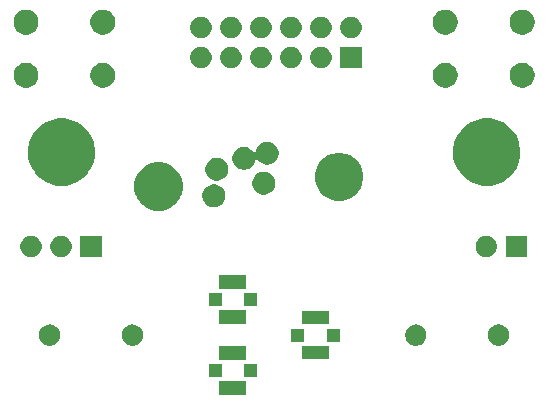
<source format=gbr>
G04 #@! TF.GenerationSoftware,KiCad,Pcbnew,(5.1.5-0-10_14)*
G04 #@! TF.CreationDate,2020-08-02T20:19:12-07:00*
G04 #@! TF.ProjectId,Programmer_Board,50726f67-7261-46d6-9d65-725f426f6172,rev?*
G04 #@! TF.SameCoordinates,Original*
G04 #@! TF.FileFunction,Soldermask,Top*
G04 #@! TF.FilePolarity,Negative*
%FSLAX46Y46*%
G04 Gerber Fmt 4.6, Leading zero omitted, Abs format (unit mm)*
G04 Created by KiCad (PCBNEW (5.1.5-0-10_14)) date 2020-08-02 20:19:12*
%MOMM*%
%LPD*%
G04 APERTURE LIST*
%ADD10C,0.100000*%
G04 APERTURE END LIST*
D10*
G36*
X122151000Y-93051000D02*
G01*
X119849000Y-93051000D01*
X119849000Y-91899000D01*
X122151000Y-91899000D01*
X122151000Y-93051000D01*
G37*
G36*
X123051000Y-91551000D02*
G01*
X121949000Y-91551000D01*
X121949000Y-90449000D01*
X123051000Y-90449000D01*
X123051000Y-91551000D01*
G37*
G36*
X120051000Y-91551000D02*
G01*
X118949000Y-91551000D01*
X118949000Y-90449000D01*
X120051000Y-90449000D01*
X120051000Y-91551000D01*
G37*
G36*
X122151000Y-90101000D02*
G01*
X119849000Y-90101000D01*
X119849000Y-88949000D01*
X122151000Y-88949000D01*
X122151000Y-90101000D01*
G37*
G36*
X129151000Y-90051000D02*
G01*
X126849000Y-90051000D01*
X126849000Y-88899000D01*
X129151000Y-88899000D01*
X129151000Y-90051000D01*
G37*
G36*
X136613512Y-87103927D02*
G01*
X136762812Y-87133624D01*
X136926784Y-87201544D01*
X137074354Y-87300147D01*
X137199853Y-87425646D01*
X137298456Y-87573216D01*
X137366376Y-87737188D01*
X137401000Y-87911259D01*
X137401000Y-88088741D01*
X137366376Y-88262812D01*
X137298456Y-88426784D01*
X137199853Y-88574354D01*
X137074354Y-88699853D01*
X136926784Y-88798456D01*
X136762812Y-88866376D01*
X136613512Y-88896073D01*
X136588742Y-88901000D01*
X136411258Y-88901000D01*
X136386488Y-88896073D01*
X136237188Y-88866376D01*
X136073216Y-88798456D01*
X135925646Y-88699853D01*
X135800147Y-88574354D01*
X135701544Y-88426784D01*
X135633624Y-88262812D01*
X135599000Y-88088741D01*
X135599000Y-87911259D01*
X135633624Y-87737188D01*
X135701544Y-87573216D01*
X135800147Y-87425646D01*
X135925646Y-87300147D01*
X136073216Y-87201544D01*
X136237188Y-87133624D01*
X136386488Y-87103927D01*
X136411258Y-87099000D01*
X136588742Y-87099000D01*
X136613512Y-87103927D01*
G37*
G36*
X105613512Y-87103927D02*
G01*
X105762812Y-87133624D01*
X105926784Y-87201544D01*
X106074354Y-87300147D01*
X106199853Y-87425646D01*
X106298456Y-87573216D01*
X106366376Y-87737188D01*
X106401000Y-87911259D01*
X106401000Y-88088741D01*
X106366376Y-88262812D01*
X106298456Y-88426784D01*
X106199853Y-88574354D01*
X106074354Y-88699853D01*
X105926784Y-88798456D01*
X105762812Y-88866376D01*
X105613512Y-88896073D01*
X105588742Y-88901000D01*
X105411258Y-88901000D01*
X105386488Y-88896073D01*
X105237188Y-88866376D01*
X105073216Y-88798456D01*
X104925646Y-88699853D01*
X104800147Y-88574354D01*
X104701544Y-88426784D01*
X104633624Y-88262812D01*
X104599000Y-88088741D01*
X104599000Y-87911259D01*
X104633624Y-87737188D01*
X104701544Y-87573216D01*
X104800147Y-87425646D01*
X104925646Y-87300147D01*
X105073216Y-87201544D01*
X105237188Y-87133624D01*
X105386488Y-87103927D01*
X105411258Y-87099000D01*
X105588742Y-87099000D01*
X105613512Y-87103927D01*
G37*
G36*
X112613512Y-87103927D02*
G01*
X112762812Y-87133624D01*
X112926784Y-87201544D01*
X113074354Y-87300147D01*
X113199853Y-87425646D01*
X113298456Y-87573216D01*
X113366376Y-87737188D01*
X113401000Y-87911259D01*
X113401000Y-88088741D01*
X113366376Y-88262812D01*
X113298456Y-88426784D01*
X113199853Y-88574354D01*
X113074354Y-88699853D01*
X112926784Y-88798456D01*
X112762812Y-88866376D01*
X112613512Y-88896073D01*
X112588742Y-88901000D01*
X112411258Y-88901000D01*
X112386488Y-88896073D01*
X112237188Y-88866376D01*
X112073216Y-88798456D01*
X111925646Y-88699853D01*
X111800147Y-88574354D01*
X111701544Y-88426784D01*
X111633624Y-88262812D01*
X111599000Y-88088741D01*
X111599000Y-87911259D01*
X111633624Y-87737188D01*
X111701544Y-87573216D01*
X111800147Y-87425646D01*
X111925646Y-87300147D01*
X112073216Y-87201544D01*
X112237188Y-87133624D01*
X112386488Y-87103927D01*
X112411258Y-87099000D01*
X112588742Y-87099000D01*
X112613512Y-87103927D01*
G37*
G36*
X143613512Y-87103927D02*
G01*
X143762812Y-87133624D01*
X143926784Y-87201544D01*
X144074354Y-87300147D01*
X144199853Y-87425646D01*
X144298456Y-87573216D01*
X144366376Y-87737188D01*
X144401000Y-87911259D01*
X144401000Y-88088741D01*
X144366376Y-88262812D01*
X144298456Y-88426784D01*
X144199853Y-88574354D01*
X144074354Y-88699853D01*
X143926784Y-88798456D01*
X143762812Y-88866376D01*
X143613512Y-88896073D01*
X143588742Y-88901000D01*
X143411258Y-88901000D01*
X143386488Y-88896073D01*
X143237188Y-88866376D01*
X143073216Y-88798456D01*
X142925646Y-88699853D01*
X142800147Y-88574354D01*
X142701544Y-88426784D01*
X142633624Y-88262812D01*
X142599000Y-88088741D01*
X142599000Y-87911259D01*
X142633624Y-87737188D01*
X142701544Y-87573216D01*
X142800147Y-87425646D01*
X142925646Y-87300147D01*
X143073216Y-87201544D01*
X143237188Y-87133624D01*
X143386488Y-87103927D01*
X143411258Y-87099000D01*
X143588742Y-87099000D01*
X143613512Y-87103927D01*
G37*
G36*
X127051000Y-88551000D02*
G01*
X125949000Y-88551000D01*
X125949000Y-87449000D01*
X127051000Y-87449000D01*
X127051000Y-88551000D01*
G37*
G36*
X130051000Y-88551000D02*
G01*
X128949000Y-88551000D01*
X128949000Y-87449000D01*
X130051000Y-87449000D01*
X130051000Y-88551000D01*
G37*
G36*
X129151000Y-87101000D02*
G01*
X126849000Y-87101000D01*
X126849000Y-85949000D01*
X129151000Y-85949000D01*
X129151000Y-87101000D01*
G37*
G36*
X122151000Y-87051000D02*
G01*
X119849000Y-87051000D01*
X119849000Y-85899000D01*
X122151000Y-85899000D01*
X122151000Y-87051000D01*
G37*
G36*
X123051000Y-85551000D02*
G01*
X121949000Y-85551000D01*
X121949000Y-84449000D01*
X123051000Y-84449000D01*
X123051000Y-85551000D01*
G37*
G36*
X120051000Y-85551000D02*
G01*
X118949000Y-85551000D01*
X118949000Y-84449000D01*
X120051000Y-84449000D01*
X120051000Y-85551000D01*
G37*
G36*
X122151000Y-84101000D02*
G01*
X119849000Y-84101000D01*
X119849000Y-82949000D01*
X122151000Y-82949000D01*
X122151000Y-84101000D01*
G37*
G36*
X142573512Y-79603927D02*
G01*
X142722812Y-79633624D01*
X142886784Y-79701544D01*
X143034354Y-79800147D01*
X143159853Y-79925646D01*
X143258456Y-80073216D01*
X143326376Y-80237188D01*
X143361000Y-80411259D01*
X143361000Y-80588741D01*
X143326376Y-80762812D01*
X143258456Y-80926784D01*
X143159853Y-81074354D01*
X143034354Y-81199853D01*
X142886784Y-81298456D01*
X142722812Y-81366376D01*
X142573512Y-81396073D01*
X142548742Y-81401000D01*
X142371258Y-81401000D01*
X142346488Y-81396073D01*
X142197188Y-81366376D01*
X142033216Y-81298456D01*
X141885646Y-81199853D01*
X141760147Y-81074354D01*
X141661544Y-80926784D01*
X141593624Y-80762812D01*
X141559000Y-80588741D01*
X141559000Y-80411259D01*
X141593624Y-80237188D01*
X141661544Y-80073216D01*
X141760147Y-79925646D01*
X141885646Y-79800147D01*
X142033216Y-79701544D01*
X142197188Y-79633624D01*
X142346488Y-79603927D01*
X142371258Y-79599000D01*
X142548742Y-79599000D01*
X142573512Y-79603927D01*
G37*
G36*
X145901000Y-81401000D02*
G01*
X144099000Y-81401000D01*
X144099000Y-79599000D01*
X145901000Y-79599000D01*
X145901000Y-81401000D01*
G37*
G36*
X104033512Y-79603927D02*
G01*
X104182812Y-79633624D01*
X104346784Y-79701544D01*
X104494354Y-79800147D01*
X104619853Y-79925646D01*
X104718456Y-80073216D01*
X104786376Y-80237188D01*
X104821000Y-80411259D01*
X104821000Y-80588741D01*
X104786376Y-80762812D01*
X104718456Y-80926784D01*
X104619853Y-81074354D01*
X104494354Y-81199853D01*
X104346784Y-81298456D01*
X104182812Y-81366376D01*
X104033512Y-81396073D01*
X104008742Y-81401000D01*
X103831258Y-81401000D01*
X103806488Y-81396073D01*
X103657188Y-81366376D01*
X103493216Y-81298456D01*
X103345646Y-81199853D01*
X103220147Y-81074354D01*
X103121544Y-80926784D01*
X103053624Y-80762812D01*
X103019000Y-80588741D01*
X103019000Y-80411259D01*
X103053624Y-80237188D01*
X103121544Y-80073216D01*
X103220147Y-79925646D01*
X103345646Y-79800147D01*
X103493216Y-79701544D01*
X103657188Y-79633624D01*
X103806488Y-79603927D01*
X103831258Y-79599000D01*
X104008742Y-79599000D01*
X104033512Y-79603927D01*
G37*
G36*
X106573512Y-79603927D02*
G01*
X106722812Y-79633624D01*
X106886784Y-79701544D01*
X107034354Y-79800147D01*
X107159853Y-79925646D01*
X107258456Y-80073216D01*
X107326376Y-80237188D01*
X107361000Y-80411259D01*
X107361000Y-80588741D01*
X107326376Y-80762812D01*
X107258456Y-80926784D01*
X107159853Y-81074354D01*
X107034354Y-81199853D01*
X106886784Y-81298456D01*
X106722812Y-81366376D01*
X106573512Y-81396073D01*
X106548742Y-81401000D01*
X106371258Y-81401000D01*
X106346488Y-81396073D01*
X106197188Y-81366376D01*
X106033216Y-81298456D01*
X105885646Y-81199853D01*
X105760147Y-81074354D01*
X105661544Y-80926784D01*
X105593624Y-80762812D01*
X105559000Y-80588741D01*
X105559000Y-80411259D01*
X105593624Y-80237188D01*
X105661544Y-80073216D01*
X105760147Y-79925646D01*
X105885646Y-79800147D01*
X106033216Y-79701544D01*
X106197188Y-79633624D01*
X106346488Y-79603927D01*
X106371258Y-79599000D01*
X106548742Y-79599000D01*
X106573512Y-79603927D01*
G37*
G36*
X109901000Y-81401000D02*
G01*
X108099000Y-81401000D01*
X108099000Y-79599000D01*
X109901000Y-79599000D01*
X109901000Y-81401000D01*
G37*
G36*
X115308254Y-73447818D02*
G01*
X115681511Y-73602426D01*
X115681513Y-73602427D01*
X116017436Y-73826884D01*
X116303116Y-74112564D01*
X116506916Y-74417571D01*
X116527574Y-74448489D01*
X116682182Y-74821746D01*
X116761000Y-75217993D01*
X116761000Y-75622007D01*
X116682182Y-76018254D01*
X116567491Y-76295143D01*
X116527573Y-76391513D01*
X116303116Y-76727436D01*
X116017436Y-77013116D01*
X115681513Y-77237573D01*
X115681512Y-77237574D01*
X115681511Y-77237574D01*
X115308254Y-77392182D01*
X114912007Y-77471000D01*
X114507993Y-77471000D01*
X114111746Y-77392182D01*
X113738489Y-77237574D01*
X113738488Y-77237574D01*
X113738487Y-77237573D01*
X113402564Y-77013116D01*
X113116884Y-76727436D01*
X112892427Y-76391513D01*
X112852509Y-76295143D01*
X112737818Y-76018254D01*
X112659000Y-75622007D01*
X112659000Y-75217993D01*
X112737818Y-74821746D01*
X112892426Y-74448489D01*
X112913085Y-74417571D01*
X113116884Y-74112564D01*
X113402564Y-73826884D01*
X113738487Y-73602427D01*
X113738489Y-73602426D01*
X114111746Y-73447818D01*
X114507993Y-73369000D01*
X114912007Y-73369000D01*
X115308254Y-73447818D01*
G37*
G36*
X119681771Y-75271122D02*
G01*
X119857571Y-75343941D01*
X119857573Y-75343942D01*
X120015789Y-75449659D01*
X120150341Y-75584211D01*
X120256058Y-75742427D01*
X120256059Y-75742429D01*
X120328878Y-75918229D01*
X120366000Y-76104856D01*
X120366000Y-76295144D01*
X120328878Y-76481771D01*
X120291428Y-76572182D01*
X120256058Y-76657573D01*
X120150341Y-76815789D01*
X120015789Y-76950341D01*
X119857573Y-77056058D01*
X119857572Y-77056059D01*
X119857571Y-77056059D01*
X119681771Y-77128878D01*
X119495144Y-77166000D01*
X119304856Y-77166000D01*
X119118229Y-77128878D01*
X118942429Y-77056059D01*
X118942428Y-77056059D01*
X118942427Y-77056058D01*
X118784211Y-76950341D01*
X118649659Y-76815789D01*
X118543942Y-76657573D01*
X118508572Y-76572182D01*
X118471122Y-76481771D01*
X118434000Y-76295144D01*
X118434000Y-76104856D01*
X118471122Y-75918229D01*
X118543941Y-75742429D01*
X118543942Y-75742427D01*
X118649659Y-75584211D01*
X118784211Y-75449659D01*
X118942427Y-75343942D01*
X118942429Y-75343941D01*
X119118229Y-75271122D01*
X119304856Y-75234000D01*
X119495144Y-75234000D01*
X119681771Y-75271122D01*
G37*
G36*
X130598254Y-72627818D02*
G01*
X130913094Y-72758229D01*
X130971513Y-72782427D01*
X131307436Y-73006884D01*
X131593116Y-73292564D01*
X131800160Y-73602426D01*
X131817574Y-73628489D01*
X131972182Y-74001746D01*
X132051000Y-74397993D01*
X132051000Y-74802007D01*
X131972182Y-75198254D01*
X131817574Y-75571511D01*
X131817573Y-75571513D01*
X131593116Y-75907436D01*
X131307436Y-76193116D01*
X130971513Y-76417573D01*
X130971512Y-76417574D01*
X130971511Y-76417574D01*
X130598254Y-76572182D01*
X130202007Y-76651000D01*
X129797993Y-76651000D01*
X129401746Y-76572182D01*
X129028489Y-76417574D01*
X129028488Y-76417574D01*
X129028487Y-76417573D01*
X128692564Y-76193116D01*
X128406884Y-75907436D01*
X128182427Y-75571513D01*
X128182426Y-75571511D01*
X128027818Y-75198254D01*
X127949000Y-74802007D01*
X127949000Y-74397993D01*
X128027818Y-74001746D01*
X128182426Y-73628489D01*
X128199841Y-73602426D01*
X128406884Y-73292564D01*
X128692564Y-73006884D01*
X129028487Y-72782427D01*
X129086906Y-72758229D01*
X129401746Y-72627818D01*
X129797993Y-72549000D01*
X130202007Y-72549000D01*
X130598254Y-72627818D01*
G37*
G36*
X123901771Y-74211122D02*
G01*
X124077571Y-74283941D01*
X124077573Y-74283942D01*
X124235789Y-74389659D01*
X124370341Y-74524211D01*
X124370342Y-74524213D01*
X124476059Y-74682429D01*
X124548878Y-74858229D01*
X124586000Y-75044856D01*
X124586000Y-75235144D01*
X124548878Y-75421771D01*
X124481593Y-75584211D01*
X124476058Y-75597573D01*
X124370341Y-75755789D01*
X124235789Y-75890341D01*
X124077573Y-75996058D01*
X124077572Y-75996059D01*
X124077571Y-75996059D01*
X123901771Y-76068878D01*
X123715144Y-76106000D01*
X123524856Y-76106000D01*
X123338229Y-76068878D01*
X123162429Y-75996059D01*
X123162428Y-75996059D01*
X123162427Y-75996058D01*
X123004211Y-75890341D01*
X122869659Y-75755789D01*
X122763942Y-75597573D01*
X122758407Y-75584211D01*
X122691122Y-75421771D01*
X122654000Y-75235144D01*
X122654000Y-75044856D01*
X122691122Y-74858229D01*
X122763941Y-74682429D01*
X122869658Y-74524213D01*
X122869659Y-74524211D01*
X123004211Y-74389659D01*
X123162427Y-74283942D01*
X123162429Y-74283941D01*
X123338229Y-74211122D01*
X123524856Y-74174000D01*
X123715144Y-74174000D01*
X123901771Y-74211122D01*
G37*
G36*
X143331606Y-69758562D02*
G01*
X143850455Y-69973476D01*
X144317407Y-70285484D01*
X144714516Y-70682593D01*
X145026524Y-71149545D01*
X145241438Y-71668394D01*
X145277494Y-71849659D01*
X145351000Y-72219200D01*
X145351000Y-72780800D01*
X145330915Y-72881772D01*
X145241438Y-73331606D01*
X145026524Y-73850455D01*
X144785533Y-74211123D01*
X144736878Y-74283941D01*
X144714516Y-74317407D01*
X144317407Y-74714516D01*
X143850455Y-75026524D01*
X143331606Y-75241438D01*
X143182374Y-75271122D01*
X142780800Y-75351000D01*
X142219200Y-75351000D01*
X141817626Y-75271122D01*
X141668394Y-75241438D01*
X141149545Y-75026524D01*
X140682593Y-74714516D01*
X140285484Y-74317407D01*
X140263123Y-74283941D01*
X140214467Y-74211123D01*
X139973476Y-73850455D01*
X139758562Y-73331606D01*
X139669085Y-72881772D01*
X139649000Y-72780800D01*
X139649000Y-72219200D01*
X139722506Y-71849659D01*
X139758562Y-71668394D01*
X139973476Y-71149545D01*
X140285484Y-70682593D01*
X140682593Y-70285484D01*
X141149545Y-69973476D01*
X141668394Y-69758562D01*
X142219200Y-69649000D01*
X142780800Y-69649000D01*
X143331606Y-69758562D01*
G37*
G36*
X107331606Y-69758562D02*
G01*
X107850455Y-69973476D01*
X108317407Y-70285484D01*
X108714516Y-70682593D01*
X109026524Y-71149545D01*
X109241438Y-71668394D01*
X109277494Y-71849659D01*
X109351000Y-72219200D01*
X109351000Y-72780800D01*
X109330915Y-72881772D01*
X109241438Y-73331606D01*
X109026524Y-73850455D01*
X108785533Y-74211123D01*
X108736878Y-74283941D01*
X108714516Y-74317407D01*
X108317407Y-74714516D01*
X107850455Y-75026524D01*
X107331606Y-75241438D01*
X107182374Y-75271122D01*
X106780800Y-75351000D01*
X106219200Y-75351000D01*
X105817626Y-75271122D01*
X105668394Y-75241438D01*
X105149545Y-75026524D01*
X104682593Y-74714516D01*
X104285484Y-74317407D01*
X104263123Y-74283941D01*
X104214467Y-74211123D01*
X103973476Y-73850455D01*
X103758562Y-73331606D01*
X103669085Y-72881772D01*
X103649000Y-72780800D01*
X103649000Y-72219200D01*
X103722506Y-71849659D01*
X103758562Y-71668394D01*
X103973476Y-71149545D01*
X104285484Y-70682593D01*
X104682593Y-70285484D01*
X105149545Y-69973476D01*
X105668394Y-69758562D01*
X106219200Y-69649000D01*
X106780800Y-69649000D01*
X107331606Y-69758562D01*
G37*
G36*
X119931771Y-73031122D02*
G01*
X120107571Y-73103941D01*
X120107573Y-73103942D01*
X120265789Y-73209659D01*
X120400341Y-73344211D01*
X120506058Y-73502427D01*
X120506059Y-73502429D01*
X120578878Y-73678229D01*
X120616000Y-73864856D01*
X120616000Y-74055144D01*
X120578878Y-74241771D01*
X120514168Y-74397994D01*
X120506058Y-74417573D01*
X120400341Y-74575789D01*
X120265789Y-74710341D01*
X120107573Y-74816058D01*
X120107572Y-74816059D01*
X120107571Y-74816059D01*
X119931771Y-74888878D01*
X119745144Y-74926000D01*
X119554856Y-74926000D01*
X119368229Y-74888878D01*
X119192429Y-74816059D01*
X119192428Y-74816059D01*
X119192427Y-74816058D01*
X119034211Y-74710341D01*
X118899659Y-74575789D01*
X118793942Y-74417573D01*
X118785832Y-74397994D01*
X118721122Y-74241771D01*
X118684000Y-74055144D01*
X118684000Y-73864856D01*
X118721122Y-73678229D01*
X118793941Y-73502429D01*
X118793942Y-73502427D01*
X118899659Y-73344211D01*
X119034211Y-73209659D01*
X119192427Y-73103942D01*
X119192429Y-73103941D01*
X119368229Y-73031122D01*
X119554856Y-72994000D01*
X119745144Y-72994000D01*
X119931771Y-73031122D01*
G37*
G36*
X124191771Y-71671122D02*
G01*
X124367571Y-71743941D01*
X124367573Y-71743942D01*
X124525789Y-71849659D01*
X124660341Y-71984211D01*
X124745141Y-72111123D01*
X124766059Y-72142429D01*
X124838878Y-72318229D01*
X124876000Y-72504856D01*
X124876000Y-72695144D01*
X124838878Y-72881771D01*
X124777014Y-73031123D01*
X124766058Y-73057573D01*
X124660341Y-73215789D01*
X124525789Y-73350341D01*
X124367573Y-73456058D01*
X124367572Y-73456059D01*
X124367571Y-73456059D01*
X124191771Y-73528878D01*
X124005144Y-73566000D01*
X123814856Y-73566000D01*
X123628229Y-73528878D01*
X123452429Y-73456059D01*
X123452428Y-73456059D01*
X123452427Y-73456058D01*
X123294211Y-73350341D01*
X123159659Y-73215789D01*
X123155562Y-73209658D01*
X123119484Y-73155664D01*
X123103939Y-73136723D01*
X123084997Y-73121177D01*
X123063386Y-73109627D01*
X123039937Y-73102514D01*
X123015551Y-73100112D01*
X122991165Y-73102514D01*
X122967716Y-73109627D01*
X122946105Y-73121179D01*
X122927164Y-73136724D01*
X122911618Y-73155666D01*
X122900068Y-73177277D01*
X122892955Y-73200725D01*
X122868878Y-73321772D01*
X122816667Y-73447819D01*
X122796058Y-73497573D01*
X122690341Y-73655789D01*
X122555789Y-73790341D01*
X122397573Y-73896058D01*
X122397572Y-73896059D01*
X122397571Y-73896059D01*
X122221771Y-73968878D01*
X122035144Y-74006000D01*
X121844856Y-74006000D01*
X121658229Y-73968878D01*
X121482429Y-73896059D01*
X121482428Y-73896059D01*
X121482427Y-73896058D01*
X121324211Y-73790341D01*
X121189659Y-73655789D01*
X121083942Y-73497573D01*
X121022957Y-73350342D01*
X121011122Y-73321771D01*
X120974000Y-73135144D01*
X120974000Y-72944856D01*
X121011122Y-72758229D01*
X121083941Y-72582429D01*
X121083942Y-72582427D01*
X121189659Y-72424211D01*
X121324211Y-72289659D01*
X121482427Y-72183942D01*
X121482429Y-72183941D01*
X121658229Y-72111122D01*
X121844856Y-72074000D01*
X122035144Y-72074000D01*
X122221771Y-72111122D01*
X122397571Y-72183941D01*
X122397573Y-72183942D01*
X122555789Y-72289659D01*
X122690341Y-72424211D01*
X122690342Y-72424213D01*
X122690343Y-72424214D01*
X122730516Y-72484336D01*
X122746061Y-72503277D01*
X122765003Y-72518823D01*
X122786614Y-72530373D01*
X122810063Y-72537486D01*
X122834449Y-72539888D01*
X122858835Y-72537486D01*
X122882284Y-72530373D01*
X122903895Y-72518821D01*
X122922836Y-72503276D01*
X122938382Y-72484334D01*
X122949932Y-72462723D01*
X122957045Y-72439275D01*
X122981122Y-72318228D01*
X123053941Y-72142429D01*
X123074859Y-72111123D01*
X123159659Y-71984211D01*
X123294211Y-71849659D01*
X123452427Y-71743942D01*
X123452429Y-71743941D01*
X123628229Y-71671122D01*
X123814856Y-71634000D01*
X124005144Y-71634000D01*
X124191771Y-71671122D01*
G37*
G36*
X110306564Y-64989389D02*
G01*
X110497833Y-65068615D01*
X110497835Y-65068616D01*
X110669973Y-65183635D01*
X110816365Y-65330027D01*
X110931385Y-65502167D01*
X111010611Y-65693436D01*
X111051000Y-65896484D01*
X111051000Y-66103516D01*
X111010611Y-66306564D01*
X110931385Y-66497833D01*
X110931384Y-66497835D01*
X110816365Y-66669973D01*
X110669973Y-66816365D01*
X110497835Y-66931384D01*
X110497834Y-66931385D01*
X110497833Y-66931385D01*
X110306564Y-67010611D01*
X110103516Y-67051000D01*
X109896484Y-67051000D01*
X109693436Y-67010611D01*
X109502167Y-66931385D01*
X109502166Y-66931385D01*
X109502165Y-66931384D01*
X109330027Y-66816365D01*
X109183635Y-66669973D01*
X109068616Y-66497835D01*
X109068615Y-66497833D01*
X108989389Y-66306564D01*
X108949000Y-66103516D01*
X108949000Y-65896484D01*
X108989389Y-65693436D01*
X109068615Y-65502167D01*
X109183635Y-65330027D01*
X109330027Y-65183635D01*
X109502165Y-65068616D01*
X109502167Y-65068615D01*
X109693436Y-64989389D01*
X109896484Y-64949000D01*
X110103516Y-64949000D01*
X110306564Y-64989389D01*
G37*
G36*
X145806564Y-64989389D02*
G01*
X145997833Y-65068615D01*
X145997835Y-65068616D01*
X146169973Y-65183635D01*
X146316365Y-65330027D01*
X146431385Y-65502167D01*
X146510611Y-65693436D01*
X146551000Y-65896484D01*
X146551000Y-66103516D01*
X146510611Y-66306564D01*
X146431385Y-66497833D01*
X146431384Y-66497835D01*
X146316365Y-66669973D01*
X146169973Y-66816365D01*
X145997835Y-66931384D01*
X145997834Y-66931385D01*
X145997833Y-66931385D01*
X145806564Y-67010611D01*
X145603516Y-67051000D01*
X145396484Y-67051000D01*
X145193436Y-67010611D01*
X145002167Y-66931385D01*
X145002166Y-66931385D01*
X145002165Y-66931384D01*
X144830027Y-66816365D01*
X144683635Y-66669973D01*
X144568616Y-66497835D01*
X144568615Y-66497833D01*
X144489389Y-66306564D01*
X144449000Y-66103516D01*
X144449000Y-65896484D01*
X144489389Y-65693436D01*
X144568615Y-65502167D01*
X144683635Y-65330027D01*
X144830027Y-65183635D01*
X145002165Y-65068616D01*
X145002167Y-65068615D01*
X145193436Y-64989389D01*
X145396484Y-64949000D01*
X145603516Y-64949000D01*
X145806564Y-64989389D01*
G37*
G36*
X139306564Y-64989389D02*
G01*
X139497833Y-65068615D01*
X139497835Y-65068616D01*
X139669973Y-65183635D01*
X139816365Y-65330027D01*
X139931385Y-65502167D01*
X140010611Y-65693436D01*
X140051000Y-65896484D01*
X140051000Y-66103516D01*
X140010611Y-66306564D01*
X139931385Y-66497833D01*
X139931384Y-66497835D01*
X139816365Y-66669973D01*
X139669973Y-66816365D01*
X139497835Y-66931384D01*
X139497834Y-66931385D01*
X139497833Y-66931385D01*
X139306564Y-67010611D01*
X139103516Y-67051000D01*
X138896484Y-67051000D01*
X138693436Y-67010611D01*
X138502167Y-66931385D01*
X138502166Y-66931385D01*
X138502165Y-66931384D01*
X138330027Y-66816365D01*
X138183635Y-66669973D01*
X138068616Y-66497835D01*
X138068615Y-66497833D01*
X137989389Y-66306564D01*
X137949000Y-66103516D01*
X137949000Y-65896484D01*
X137989389Y-65693436D01*
X138068615Y-65502167D01*
X138183635Y-65330027D01*
X138330027Y-65183635D01*
X138502165Y-65068616D01*
X138502167Y-65068615D01*
X138693436Y-64989389D01*
X138896484Y-64949000D01*
X139103516Y-64949000D01*
X139306564Y-64989389D01*
G37*
G36*
X103806564Y-64989389D02*
G01*
X103997833Y-65068615D01*
X103997835Y-65068616D01*
X104169973Y-65183635D01*
X104316365Y-65330027D01*
X104431385Y-65502167D01*
X104510611Y-65693436D01*
X104551000Y-65896484D01*
X104551000Y-66103516D01*
X104510611Y-66306564D01*
X104431385Y-66497833D01*
X104431384Y-66497835D01*
X104316365Y-66669973D01*
X104169973Y-66816365D01*
X103997835Y-66931384D01*
X103997834Y-66931385D01*
X103997833Y-66931385D01*
X103806564Y-67010611D01*
X103603516Y-67051000D01*
X103396484Y-67051000D01*
X103193436Y-67010611D01*
X103002167Y-66931385D01*
X103002166Y-66931385D01*
X103002165Y-66931384D01*
X102830027Y-66816365D01*
X102683635Y-66669973D01*
X102568616Y-66497835D01*
X102568615Y-66497833D01*
X102489389Y-66306564D01*
X102449000Y-66103516D01*
X102449000Y-65896484D01*
X102489389Y-65693436D01*
X102568615Y-65502167D01*
X102683635Y-65330027D01*
X102830027Y-65183635D01*
X103002165Y-65068616D01*
X103002167Y-65068615D01*
X103193436Y-64989389D01*
X103396484Y-64949000D01*
X103603516Y-64949000D01*
X103806564Y-64989389D01*
G37*
G36*
X131901000Y-65401000D02*
G01*
X130099000Y-65401000D01*
X130099000Y-63599000D01*
X131901000Y-63599000D01*
X131901000Y-65401000D01*
G37*
G36*
X128573512Y-63603927D02*
G01*
X128722812Y-63633624D01*
X128886784Y-63701544D01*
X129034354Y-63800147D01*
X129159853Y-63925646D01*
X129258456Y-64073216D01*
X129326376Y-64237188D01*
X129361000Y-64411259D01*
X129361000Y-64588741D01*
X129326376Y-64762812D01*
X129258456Y-64926784D01*
X129159853Y-65074354D01*
X129034354Y-65199853D01*
X128886784Y-65298456D01*
X128722812Y-65366376D01*
X128573512Y-65396073D01*
X128548742Y-65401000D01*
X128371258Y-65401000D01*
X128346488Y-65396073D01*
X128197188Y-65366376D01*
X128033216Y-65298456D01*
X127885646Y-65199853D01*
X127760147Y-65074354D01*
X127661544Y-64926784D01*
X127593624Y-64762812D01*
X127559000Y-64588741D01*
X127559000Y-64411259D01*
X127593624Y-64237188D01*
X127661544Y-64073216D01*
X127760147Y-63925646D01*
X127885646Y-63800147D01*
X128033216Y-63701544D01*
X128197188Y-63633624D01*
X128346488Y-63603927D01*
X128371258Y-63599000D01*
X128548742Y-63599000D01*
X128573512Y-63603927D01*
G37*
G36*
X126033512Y-63603927D02*
G01*
X126182812Y-63633624D01*
X126346784Y-63701544D01*
X126494354Y-63800147D01*
X126619853Y-63925646D01*
X126718456Y-64073216D01*
X126786376Y-64237188D01*
X126821000Y-64411259D01*
X126821000Y-64588741D01*
X126786376Y-64762812D01*
X126718456Y-64926784D01*
X126619853Y-65074354D01*
X126494354Y-65199853D01*
X126346784Y-65298456D01*
X126182812Y-65366376D01*
X126033512Y-65396073D01*
X126008742Y-65401000D01*
X125831258Y-65401000D01*
X125806488Y-65396073D01*
X125657188Y-65366376D01*
X125493216Y-65298456D01*
X125345646Y-65199853D01*
X125220147Y-65074354D01*
X125121544Y-64926784D01*
X125053624Y-64762812D01*
X125019000Y-64588741D01*
X125019000Y-64411259D01*
X125053624Y-64237188D01*
X125121544Y-64073216D01*
X125220147Y-63925646D01*
X125345646Y-63800147D01*
X125493216Y-63701544D01*
X125657188Y-63633624D01*
X125806488Y-63603927D01*
X125831258Y-63599000D01*
X126008742Y-63599000D01*
X126033512Y-63603927D01*
G37*
G36*
X123493512Y-63603927D02*
G01*
X123642812Y-63633624D01*
X123806784Y-63701544D01*
X123954354Y-63800147D01*
X124079853Y-63925646D01*
X124178456Y-64073216D01*
X124246376Y-64237188D01*
X124281000Y-64411259D01*
X124281000Y-64588741D01*
X124246376Y-64762812D01*
X124178456Y-64926784D01*
X124079853Y-65074354D01*
X123954354Y-65199853D01*
X123806784Y-65298456D01*
X123642812Y-65366376D01*
X123493512Y-65396073D01*
X123468742Y-65401000D01*
X123291258Y-65401000D01*
X123266488Y-65396073D01*
X123117188Y-65366376D01*
X122953216Y-65298456D01*
X122805646Y-65199853D01*
X122680147Y-65074354D01*
X122581544Y-64926784D01*
X122513624Y-64762812D01*
X122479000Y-64588741D01*
X122479000Y-64411259D01*
X122513624Y-64237188D01*
X122581544Y-64073216D01*
X122680147Y-63925646D01*
X122805646Y-63800147D01*
X122953216Y-63701544D01*
X123117188Y-63633624D01*
X123266488Y-63603927D01*
X123291258Y-63599000D01*
X123468742Y-63599000D01*
X123493512Y-63603927D01*
G37*
G36*
X120953512Y-63603927D02*
G01*
X121102812Y-63633624D01*
X121266784Y-63701544D01*
X121414354Y-63800147D01*
X121539853Y-63925646D01*
X121638456Y-64073216D01*
X121706376Y-64237188D01*
X121741000Y-64411259D01*
X121741000Y-64588741D01*
X121706376Y-64762812D01*
X121638456Y-64926784D01*
X121539853Y-65074354D01*
X121414354Y-65199853D01*
X121266784Y-65298456D01*
X121102812Y-65366376D01*
X120953512Y-65396073D01*
X120928742Y-65401000D01*
X120751258Y-65401000D01*
X120726488Y-65396073D01*
X120577188Y-65366376D01*
X120413216Y-65298456D01*
X120265646Y-65199853D01*
X120140147Y-65074354D01*
X120041544Y-64926784D01*
X119973624Y-64762812D01*
X119939000Y-64588741D01*
X119939000Y-64411259D01*
X119973624Y-64237188D01*
X120041544Y-64073216D01*
X120140147Y-63925646D01*
X120265646Y-63800147D01*
X120413216Y-63701544D01*
X120577188Y-63633624D01*
X120726488Y-63603927D01*
X120751258Y-63599000D01*
X120928742Y-63599000D01*
X120953512Y-63603927D01*
G37*
G36*
X118413512Y-63603927D02*
G01*
X118562812Y-63633624D01*
X118726784Y-63701544D01*
X118874354Y-63800147D01*
X118999853Y-63925646D01*
X119098456Y-64073216D01*
X119166376Y-64237188D01*
X119201000Y-64411259D01*
X119201000Y-64588741D01*
X119166376Y-64762812D01*
X119098456Y-64926784D01*
X118999853Y-65074354D01*
X118874354Y-65199853D01*
X118726784Y-65298456D01*
X118562812Y-65366376D01*
X118413512Y-65396073D01*
X118388742Y-65401000D01*
X118211258Y-65401000D01*
X118186488Y-65396073D01*
X118037188Y-65366376D01*
X117873216Y-65298456D01*
X117725646Y-65199853D01*
X117600147Y-65074354D01*
X117501544Y-64926784D01*
X117433624Y-64762812D01*
X117399000Y-64588741D01*
X117399000Y-64411259D01*
X117433624Y-64237188D01*
X117501544Y-64073216D01*
X117600147Y-63925646D01*
X117725646Y-63800147D01*
X117873216Y-63701544D01*
X118037188Y-63633624D01*
X118186488Y-63603927D01*
X118211258Y-63599000D01*
X118388742Y-63599000D01*
X118413512Y-63603927D01*
G37*
G36*
X131113512Y-61063927D02*
G01*
X131262812Y-61093624D01*
X131426784Y-61161544D01*
X131574354Y-61260147D01*
X131699853Y-61385646D01*
X131798456Y-61533216D01*
X131866376Y-61697188D01*
X131901000Y-61871259D01*
X131901000Y-62048741D01*
X131866376Y-62222812D01*
X131798456Y-62386784D01*
X131699853Y-62534354D01*
X131574354Y-62659853D01*
X131426784Y-62758456D01*
X131262812Y-62826376D01*
X131113512Y-62856073D01*
X131088742Y-62861000D01*
X130911258Y-62861000D01*
X130886488Y-62856073D01*
X130737188Y-62826376D01*
X130573216Y-62758456D01*
X130425646Y-62659853D01*
X130300147Y-62534354D01*
X130201544Y-62386784D01*
X130133624Y-62222812D01*
X130099000Y-62048741D01*
X130099000Y-61871259D01*
X130133624Y-61697188D01*
X130201544Y-61533216D01*
X130300147Y-61385646D01*
X130425646Y-61260147D01*
X130573216Y-61161544D01*
X130737188Y-61093624D01*
X130886488Y-61063927D01*
X130911258Y-61059000D01*
X131088742Y-61059000D01*
X131113512Y-61063927D01*
G37*
G36*
X128573512Y-61063927D02*
G01*
X128722812Y-61093624D01*
X128886784Y-61161544D01*
X129034354Y-61260147D01*
X129159853Y-61385646D01*
X129258456Y-61533216D01*
X129326376Y-61697188D01*
X129361000Y-61871259D01*
X129361000Y-62048741D01*
X129326376Y-62222812D01*
X129258456Y-62386784D01*
X129159853Y-62534354D01*
X129034354Y-62659853D01*
X128886784Y-62758456D01*
X128722812Y-62826376D01*
X128573512Y-62856073D01*
X128548742Y-62861000D01*
X128371258Y-62861000D01*
X128346488Y-62856073D01*
X128197188Y-62826376D01*
X128033216Y-62758456D01*
X127885646Y-62659853D01*
X127760147Y-62534354D01*
X127661544Y-62386784D01*
X127593624Y-62222812D01*
X127559000Y-62048741D01*
X127559000Y-61871259D01*
X127593624Y-61697188D01*
X127661544Y-61533216D01*
X127760147Y-61385646D01*
X127885646Y-61260147D01*
X128033216Y-61161544D01*
X128197188Y-61093624D01*
X128346488Y-61063927D01*
X128371258Y-61059000D01*
X128548742Y-61059000D01*
X128573512Y-61063927D01*
G37*
G36*
X126033512Y-61063927D02*
G01*
X126182812Y-61093624D01*
X126346784Y-61161544D01*
X126494354Y-61260147D01*
X126619853Y-61385646D01*
X126718456Y-61533216D01*
X126786376Y-61697188D01*
X126821000Y-61871259D01*
X126821000Y-62048741D01*
X126786376Y-62222812D01*
X126718456Y-62386784D01*
X126619853Y-62534354D01*
X126494354Y-62659853D01*
X126346784Y-62758456D01*
X126182812Y-62826376D01*
X126033512Y-62856073D01*
X126008742Y-62861000D01*
X125831258Y-62861000D01*
X125806488Y-62856073D01*
X125657188Y-62826376D01*
X125493216Y-62758456D01*
X125345646Y-62659853D01*
X125220147Y-62534354D01*
X125121544Y-62386784D01*
X125053624Y-62222812D01*
X125019000Y-62048741D01*
X125019000Y-61871259D01*
X125053624Y-61697188D01*
X125121544Y-61533216D01*
X125220147Y-61385646D01*
X125345646Y-61260147D01*
X125493216Y-61161544D01*
X125657188Y-61093624D01*
X125806488Y-61063927D01*
X125831258Y-61059000D01*
X126008742Y-61059000D01*
X126033512Y-61063927D01*
G37*
G36*
X123493512Y-61063927D02*
G01*
X123642812Y-61093624D01*
X123806784Y-61161544D01*
X123954354Y-61260147D01*
X124079853Y-61385646D01*
X124178456Y-61533216D01*
X124246376Y-61697188D01*
X124281000Y-61871259D01*
X124281000Y-62048741D01*
X124246376Y-62222812D01*
X124178456Y-62386784D01*
X124079853Y-62534354D01*
X123954354Y-62659853D01*
X123806784Y-62758456D01*
X123642812Y-62826376D01*
X123493512Y-62856073D01*
X123468742Y-62861000D01*
X123291258Y-62861000D01*
X123266488Y-62856073D01*
X123117188Y-62826376D01*
X122953216Y-62758456D01*
X122805646Y-62659853D01*
X122680147Y-62534354D01*
X122581544Y-62386784D01*
X122513624Y-62222812D01*
X122479000Y-62048741D01*
X122479000Y-61871259D01*
X122513624Y-61697188D01*
X122581544Y-61533216D01*
X122680147Y-61385646D01*
X122805646Y-61260147D01*
X122953216Y-61161544D01*
X123117188Y-61093624D01*
X123266488Y-61063927D01*
X123291258Y-61059000D01*
X123468742Y-61059000D01*
X123493512Y-61063927D01*
G37*
G36*
X120953512Y-61063927D02*
G01*
X121102812Y-61093624D01*
X121266784Y-61161544D01*
X121414354Y-61260147D01*
X121539853Y-61385646D01*
X121638456Y-61533216D01*
X121706376Y-61697188D01*
X121741000Y-61871259D01*
X121741000Y-62048741D01*
X121706376Y-62222812D01*
X121638456Y-62386784D01*
X121539853Y-62534354D01*
X121414354Y-62659853D01*
X121266784Y-62758456D01*
X121102812Y-62826376D01*
X120953512Y-62856073D01*
X120928742Y-62861000D01*
X120751258Y-62861000D01*
X120726488Y-62856073D01*
X120577188Y-62826376D01*
X120413216Y-62758456D01*
X120265646Y-62659853D01*
X120140147Y-62534354D01*
X120041544Y-62386784D01*
X119973624Y-62222812D01*
X119939000Y-62048741D01*
X119939000Y-61871259D01*
X119973624Y-61697188D01*
X120041544Y-61533216D01*
X120140147Y-61385646D01*
X120265646Y-61260147D01*
X120413216Y-61161544D01*
X120577188Y-61093624D01*
X120726488Y-61063927D01*
X120751258Y-61059000D01*
X120928742Y-61059000D01*
X120953512Y-61063927D01*
G37*
G36*
X118413512Y-61063927D02*
G01*
X118562812Y-61093624D01*
X118726784Y-61161544D01*
X118874354Y-61260147D01*
X118999853Y-61385646D01*
X119098456Y-61533216D01*
X119166376Y-61697188D01*
X119201000Y-61871259D01*
X119201000Y-62048741D01*
X119166376Y-62222812D01*
X119098456Y-62386784D01*
X118999853Y-62534354D01*
X118874354Y-62659853D01*
X118726784Y-62758456D01*
X118562812Y-62826376D01*
X118413512Y-62856073D01*
X118388742Y-62861000D01*
X118211258Y-62861000D01*
X118186488Y-62856073D01*
X118037188Y-62826376D01*
X117873216Y-62758456D01*
X117725646Y-62659853D01*
X117600147Y-62534354D01*
X117501544Y-62386784D01*
X117433624Y-62222812D01*
X117399000Y-62048741D01*
X117399000Y-61871259D01*
X117433624Y-61697188D01*
X117501544Y-61533216D01*
X117600147Y-61385646D01*
X117725646Y-61260147D01*
X117873216Y-61161544D01*
X118037188Y-61093624D01*
X118186488Y-61063927D01*
X118211258Y-61059000D01*
X118388742Y-61059000D01*
X118413512Y-61063927D01*
G37*
G36*
X145806564Y-60489389D02*
G01*
X145997833Y-60568615D01*
X145997835Y-60568616D01*
X146169973Y-60683635D01*
X146316365Y-60830027D01*
X146431385Y-61002167D01*
X146510611Y-61193436D01*
X146551000Y-61396484D01*
X146551000Y-61603516D01*
X146510611Y-61806564D01*
X146431385Y-61997833D01*
X146431384Y-61997835D01*
X146316365Y-62169973D01*
X146169973Y-62316365D01*
X145997835Y-62431384D01*
X145997834Y-62431385D01*
X145997833Y-62431385D01*
X145806564Y-62510611D01*
X145603516Y-62551000D01*
X145396484Y-62551000D01*
X145193436Y-62510611D01*
X145002167Y-62431385D01*
X145002166Y-62431385D01*
X145002165Y-62431384D01*
X144830027Y-62316365D01*
X144683635Y-62169973D01*
X144568616Y-61997835D01*
X144568615Y-61997833D01*
X144489389Y-61806564D01*
X144449000Y-61603516D01*
X144449000Y-61396484D01*
X144489389Y-61193436D01*
X144568615Y-61002167D01*
X144683635Y-60830027D01*
X144830027Y-60683635D01*
X145002165Y-60568616D01*
X145002167Y-60568615D01*
X145193436Y-60489389D01*
X145396484Y-60449000D01*
X145603516Y-60449000D01*
X145806564Y-60489389D01*
G37*
G36*
X139306564Y-60489389D02*
G01*
X139497833Y-60568615D01*
X139497835Y-60568616D01*
X139669973Y-60683635D01*
X139816365Y-60830027D01*
X139931385Y-61002167D01*
X140010611Y-61193436D01*
X140051000Y-61396484D01*
X140051000Y-61603516D01*
X140010611Y-61806564D01*
X139931385Y-61997833D01*
X139931384Y-61997835D01*
X139816365Y-62169973D01*
X139669973Y-62316365D01*
X139497835Y-62431384D01*
X139497834Y-62431385D01*
X139497833Y-62431385D01*
X139306564Y-62510611D01*
X139103516Y-62551000D01*
X138896484Y-62551000D01*
X138693436Y-62510611D01*
X138502167Y-62431385D01*
X138502166Y-62431385D01*
X138502165Y-62431384D01*
X138330027Y-62316365D01*
X138183635Y-62169973D01*
X138068616Y-61997835D01*
X138068615Y-61997833D01*
X137989389Y-61806564D01*
X137949000Y-61603516D01*
X137949000Y-61396484D01*
X137989389Y-61193436D01*
X138068615Y-61002167D01*
X138183635Y-60830027D01*
X138330027Y-60683635D01*
X138502165Y-60568616D01*
X138502167Y-60568615D01*
X138693436Y-60489389D01*
X138896484Y-60449000D01*
X139103516Y-60449000D01*
X139306564Y-60489389D01*
G37*
G36*
X110306564Y-60489389D02*
G01*
X110497833Y-60568615D01*
X110497835Y-60568616D01*
X110669973Y-60683635D01*
X110816365Y-60830027D01*
X110931385Y-61002167D01*
X111010611Y-61193436D01*
X111051000Y-61396484D01*
X111051000Y-61603516D01*
X111010611Y-61806564D01*
X110931385Y-61997833D01*
X110931384Y-61997835D01*
X110816365Y-62169973D01*
X110669973Y-62316365D01*
X110497835Y-62431384D01*
X110497834Y-62431385D01*
X110497833Y-62431385D01*
X110306564Y-62510611D01*
X110103516Y-62551000D01*
X109896484Y-62551000D01*
X109693436Y-62510611D01*
X109502167Y-62431385D01*
X109502166Y-62431385D01*
X109502165Y-62431384D01*
X109330027Y-62316365D01*
X109183635Y-62169973D01*
X109068616Y-61997835D01*
X109068615Y-61997833D01*
X108989389Y-61806564D01*
X108949000Y-61603516D01*
X108949000Y-61396484D01*
X108989389Y-61193436D01*
X109068615Y-61002167D01*
X109183635Y-60830027D01*
X109330027Y-60683635D01*
X109502165Y-60568616D01*
X109502167Y-60568615D01*
X109693436Y-60489389D01*
X109896484Y-60449000D01*
X110103516Y-60449000D01*
X110306564Y-60489389D01*
G37*
G36*
X103806564Y-60489389D02*
G01*
X103997833Y-60568615D01*
X103997835Y-60568616D01*
X104169973Y-60683635D01*
X104316365Y-60830027D01*
X104431385Y-61002167D01*
X104510611Y-61193436D01*
X104551000Y-61396484D01*
X104551000Y-61603516D01*
X104510611Y-61806564D01*
X104431385Y-61997833D01*
X104431384Y-61997835D01*
X104316365Y-62169973D01*
X104169973Y-62316365D01*
X103997835Y-62431384D01*
X103997834Y-62431385D01*
X103997833Y-62431385D01*
X103806564Y-62510611D01*
X103603516Y-62551000D01*
X103396484Y-62551000D01*
X103193436Y-62510611D01*
X103002167Y-62431385D01*
X103002166Y-62431385D01*
X103002165Y-62431384D01*
X102830027Y-62316365D01*
X102683635Y-62169973D01*
X102568616Y-61997835D01*
X102568615Y-61997833D01*
X102489389Y-61806564D01*
X102449000Y-61603516D01*
X102449000Y-61396484D01*
X102489389Y-61193436D01*
X102568615Y-61002167D01*
X102683635Y-60830027D01*
X102830027Y-60683635D01*
X103002165Y-60568616D01*
X103002167Y-60568615D01*
X103193436Y-60489389D01*
X103396484Y-60449000D01*
X103603516Y-60449000D01*
X103806564Y-60489389D01*
G37*
M02*

</source>
